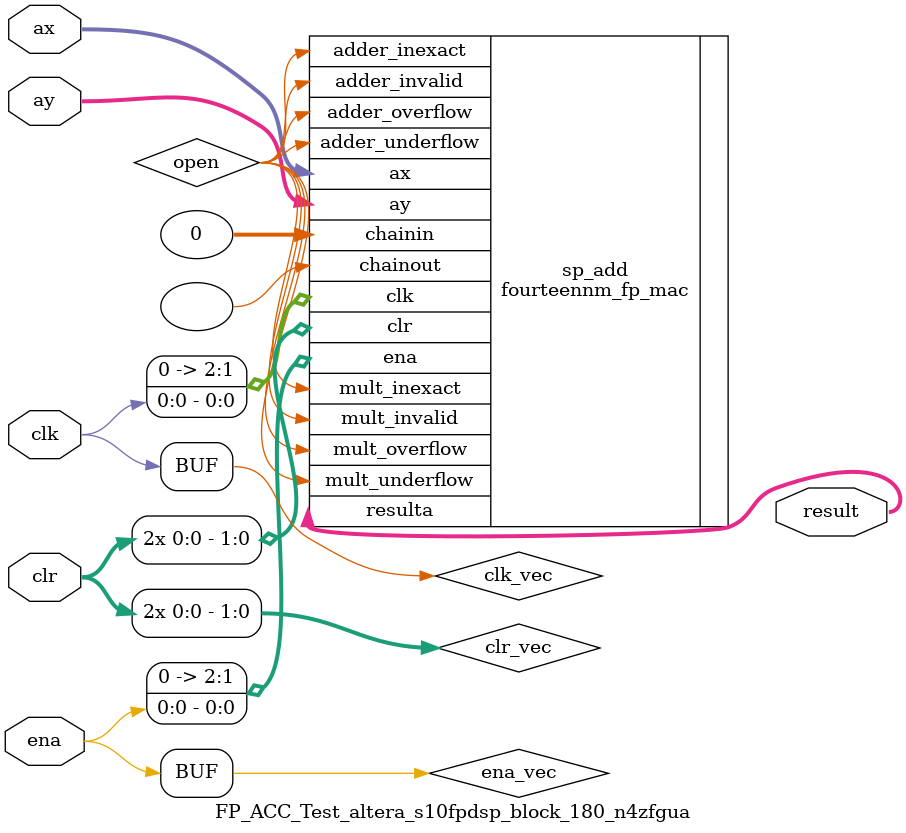
<source format=sv>
module FP_ACC_Test_altera_s10fpdsp_block_180_n4zfgua  (
    input  wire                          clk,
    input  wire                          ena,
    input  wire                          clr,
    input  wire [31:0]                   ax,
    input  wire [31:0]                   ay,
    output wire [31:0]                   result

	);
    wire [1-1:0] clk_vec;
    wire [1-1:0] ena_vec;
    wire [1:0]                   clr_vec;
    assign clk_vec[0] = clk;
    assign ena_vec[0] = ena;
    assign clr_vec[1] = clr;
    assign clr_vec[0] = clr;
fourteennm_fp_mac  #(
    .accumulate_clock("NONE"),
    .ax_clock("NONE"),
    .ay_clock("NONE"),
    .az_clock("NONE"),
    .accum_pipeline_clock("NONE"),
    .ax_chainin_pl_clock("NONE"),
    .mult_pipeline_clock("NONE"),
    .accum_2nd_pipeline_clock("NONE"),
    .ax_chainin_2nd_pl_clock("NONE"),
    .mult_2nd_pipeline_clock("NONE"),
    .accum_adder_clock("NONE"),
    .adder_input_clock("NONE"),
    .output_clock("0"),
    .clear_type("sclr"),
    .use_chainin("false"),
    .operation_mode("sp_add"),
    .adder_subtract("false")
) sp_add (
    .clk({1'b0,1'b0,clk_vec[0]}),
    .ena({1'b0,1'b0,ena_vec[0]}),
    .clr(clr_vec),
    .ax(ax),
    .ay(ay),

    .chainin(32'b0),
    .resulta(result),
    .mult_overflow (open),
    .mult_underflow(open),
    .mult_invalid  (open),
    .mult_inexact  (open),
    .adder_overflow (open),
    .adder_underflow(open),
    .adder_invalid  (open),
    .adder_inexact  (open),
    .chainout()
);
endmodule


</source>
